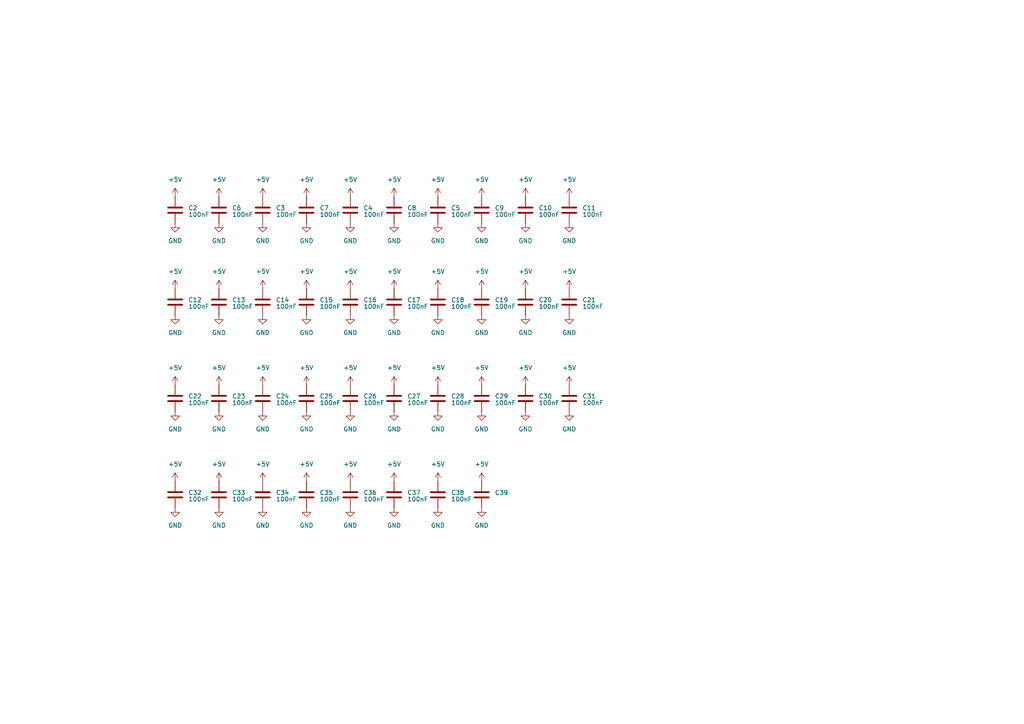
<source format=kicad_sch>
(kicad_sch (version 20250114) (generator "eeschema") (generator_version "9.0")
  (paper "A4")
  (lib_symbols
    (symbol "Georg:C_5.08mm" (pin_numbers (hide yes)) (pin_names (offset 0.254))
      (property "Reference" "C" (at 0.635 2.54 0))
      (symbol "C_5.08mm_0_1"
        (polyline (pts (xy -2.032 0.762) (xy 2.032 0.762)) (stroke (width 0.508)))
        (polyline (pts (xy -2.032 -0.762) (xy 2.032 -0.762)) (stroke (width 0.508)))
      )
      (symbol "C_5.08mm_1_1"
        (pin passive line (at 0 3.81 270) (length 2.794) (name "~") (number "1"))
        (pin passive line (at 0 -3.81 90) (length 2.794) (name "~") (number "2"))
      )
    )
    (symbol "power:+5V" (power) (pin_numbers (hide yes)) (pin_names (offset 0) (hide yes))
      (property "Value" "+5V" (at 0 3.556 0))
      (symbol "+5V_0_1"
        (polyline (pts (xy -0.762 1.27) (xy 0 2.54)))
        (polyline (pts (xy 0 2.54) (xy 0.762 1.27)))
        (polyline (pts (xy 0 0) (xy 0 2.54)))
      )
      (symbol "+5V_1_1"
        (pin power_in line (at 0 0 90) (length 0) (name "~") (number "1"))
      )
    )
    (symbol "power:GND" (power) (pin_numbers (hide yes)) (pin_names (offset 0) (hide yes))
      (property "Value" "GND" (at 0 -3.81 0))
      (symbol "GND_0_1"
        (polyline (pts (xy 0 0) (xy 0 -1.27) (xy 1.27 -1.27) (xy 0 -2.54) (xy -1.27 -1.27) (xy 0 -1.27)))
      )
      (symbol "GND_1_1"
        (pin power_in line (at 0 0 270) (length 0) (name "~") (number "1"))
      )
    )
  )
  (symbol (lib_id "power:GND") (at 152.4 64.77 0) (unit 1)
    (property "Reference" "#PWR064" (effects (hide yes)))
    (property "Value" "GND" (at 152.4 69.85 0))
    (property "Description" "Power symbol creates a global label with name \"GND\" , ground" (effects (hide yes)))
  )
  (symbol (lib_id "power:+5V") (at 76.2 111.76 0) (unit 1)
    (property "Reference" "#PWR091" (effects (hide yes)))
    (property "Value" "+5V" (at 76.2 106.68 0))
    (property "Description" "Power symbol creates a global label with name \"+5V\"" (effects (hide yes)))
  )
  (symbol (lib_id "Georg:C_5.08mm") (at 165.1 87.63 0) (unit 1)
    (property "Reference" "C21" (at 168.91 86.9949 0) (effects (justify left)))
    (property "Value" "100nF" (at 168.91 88.9 0) (effects (justify left)))
    (property "Footprint" "Georg:C_5.08mm" (effects (hide yes)))
  )
  (symbol (lib_id "Georg:C_5.08mm") (at 152.4 87.63 0) (unit 1)
    (property "Reference" "C20" (at 156.21 86.9949 0) (effects (justify left)))
    (property "Value" "100nF" (at 156.21 88.9 0) (effects (justify left)))
    (property "Footprint" "Georg:C_5.08mm" (effects (hide yes)))
  )
  (symbol (lib_id "Georg:C_5.08mm") (at 139.7 60.96 0) (unit 1)
    (property "Reference" "C9" (at 143.51 60.3249 0) (effects (justify left)))
    (property "Value" "100nF" (at 143.51 62.23 0) (effects (justify left)))
    (property "Footprint" "Georg:C_5.08mm" (effects (hide yes)))
  )
  (symbol (lib_id "power:+5V") (at 139.7 111.76 0) (unit 1)
    (property "Reference" "#PWR0101" (effects (hide yes)))
    (property "Value" "+5V" (at 139.7 106.68 0))
    (property "Description" "Power symbol creates a global label with name \"+5V\"" (effects (hide yes)))
  )
  (symbol (lib_id "power:+5V") (at 114.3 111.76 0) (unit 1)
    (property "Reference" "#PWR097" (effects (hide yes)))
    (property "Value" "+5V" (at 114.3 106.68 0))
    (property "Description" "Power symbol creates a global label with name \"+5V\"" (effects (hide yes)))
  )
  (symbol (lib_id "power:+5V") (at 88.9 139.7 0) (unit 1)
    (property "Reference" "#PWR0113" (effects (hide yes)))
    (property "Value" "+5V" (at 88.9 134.62 0))
    (property "Description" "Power symbol creates a global label with name \"+5V\"" (effects (hide yes)))
  )
  (symbol (lib_id "Georg:C_5.08mm") (at 114.3 87.63 0) (unit 1)
    (property "Reference" "C17" (at 118.11 86.9949 0) (effects (justify left)))
    (property "Value" "100nF" (at 118.11 88.9 0) (effects (justify left)))
    (property "Footprint" "Georg:C_5.08mm" (effects (hide yes)))
  )
  (symbol (lib_id "power:GND") (at 152.4 91.44 0) (unit 1)
    (property "Reference" "#PWR084" (effects (hide yes)))
    (property "Value" "GND" (at 152.4 96.52 0))
    (property "Description" "Power symbol creates a global label with name \"GND\" , ground" (effects (hide yes)))
  )
  (symbol (lib_id "power:GND") (at 127 119.38 0) (unit 1)
    (property "Reference" "#PWR0100" (effects (hide yes)))
    (property "Value" "GND" (at 127 124.46 0))
    (property "Description" "Power symbol creates a global label with name \"GND\" , ground" (effects (hide yes)))
  )
  (symbol (lib_id "power:GND") (at 139.7 91.44 0) (unit 1)
    (property "Reference" "#PWR082" (effects (hide yes)))
    (property "Value" "GND" (at 139.7 96.52 0))
    (property "Description" "Power symbol creates a global label with name \"GND\" , ground" (effects (hide yes)))
  )
  (symbol (lib_id "Georg:C_5.08mm") (at 152.4 115.57 0) (unit 1)
    (property "Reference" "C30" (at 156.21 114.9349 0) (effects (justify left)))
    (property "Value" "100nF" (at 156.21 116.84 0) (effects (justify left)))
    (property "Footprint" "Georg:C_5.08mm" (effects (hide yes)))
  )
  (symbol (lib_id "power:+5V") (at 127 83.82 0) (unit 1)
    (property "Reference" "#PWR079" (effects (hide yes)))
    (property "Value" "+5V" (at 127 78.74 0))
    (property "Description" "Power symbol creates a global label with name \"+5V\"" (effects (hide yes)))
  )
  (symbol (lib_id "power:GND") (at 127 147.32 0) (unit 1)
    (property "Reference" "#PWR0120" (effects (hide yes)))
    (property "Value" "GND" (at 127 152.4 0))
    (property "Description" "Power symbol creates a global label with name \"GND\" , ground" (effects (hide yes)))
  )
  (symbol (lib_id "Georg:C_5.08mm") (at 76.2 87.63 0) (unit 1)
    (property "Reference" "C14" (at 80.01 86.9949 0) (effects (justify left)))
    (property "Value" "100nF" (at 80.01 88.9 0) (effects (justify left)))
    (property "Footprint" "Georg:C_5.08mm" (effects (hide yes)))
  )
  (symbol (lib_id "Georg:C_5.08mm") (at 114.3 143.51 0) (unit 1)
    (property "Reference" "C37" (at 118.11 142.8749 0) (effects (justify left)))
    (property "Value" "100nF" (at 118.11 144.78 0) (effects (justify left)))
    (property "Footprint" "Georg:C_5.08mm" (effects (hide yes)))
  )
  (symbol (lib_id "Georg:C_5.08mm") (at 152.4 60.96 0) (unit 1)
    (property "Reference" "C10" (at 156.21 60.3249 0) (effects (justify left)))
    (property "Value" "100nF" (at 156.21 62.23 0) (effects (justify left)))
    (property "Footprint" "Georg:C_5.08mm" (effects (hide yes)))
  )
  (symbol (lib_id "power:GND") (at 76.2 64.77 0) (unit 1)
    (property "Reference" "#PWR050" (effects (hide yes)))
    (property "Value" "GND" (at 76.2 69.85 0))
    (property "Description" "Power symbol creates a global label with name \"GND\" , ground" (effects (hide yes)))
  )
  (symbol (lib_id "power:GND") (at 50.8 119.38 0) (unit 1)
    (property "Reference" "#PWR088" (effects (hide yes)))
    (property "Value" "GND" (at 50.8 124.46 0))
    (property "Description" "Power symbol creates a global label with name \"GND\" , ground" (effects (hide yes)))
  )
  (symbol (lib_id "power:GND") (at 50.8 147.32 0) (unit 1)
    (property "Reference" "#PWR0108" (effects (hide yes)))
    (property "Value" "GND" (at 50.8 152.4 0))
    (property "Description" "Power symbol creates a global label with name \"GND\" , ground" (effects (hide yes)))
  )
  (symbol (lib_id "power:+5V") (at 127 57.15 0) (unit 1)
    (property "Reference" "#PWR053" (effects (hide yes)))
    (property "Value" "+5V" (at 127 52.07 0))
    (property "Description" "Power symbol creates a global label with name \"+5V\"" (effects (hide yes)))
  )
  (symbol (lib_id "Georg:C_5.08mm") (at 50.8 60.96 0) (unit 1)
    (property "Reference" "C2" (at 54.61 60.3249 0) (effects (justify left)))
    (property "Value" "100nF" (at 54.61 62.23 0) (effects (justify left)))
    (property "Footprint" "Georg:C_5.08mm" (effects (hide yes)))
  )
  (symbol (lib_id "power:+5V") (at 114.3 83.82 0) (unit 1)
    (property "Reference" "#PWR077" (effects (hide yes)))
    (property "Value" "+5V" (at 114.3 78.74 0))
    (property "Description" "Power symbol creates a global label with name \"+5V\"" (effects (hide yes)))
  )
  (symbol (lib_id "Georg:C_5.08mm") (at 139.7 115.57 0) (unit 1)
    (property "Reference" "C29" (at 143.51 114.9349 0) (effects (justify left)))
    (property "Value" "100nF" (at 143.51 116.84 0) (effects (justify left)))
    (property "Footprint" "Georg:C_5.08mm" (effects (hide yes)))
  )
  (symbol (lib_id "Georg:C_5.08mm") (at 101.6 60.96 0) (unit 1)
    (property "Reference" "C4" (at 105.41 60.3249 0) (effects (justify left)))
    (property "Value" "100nF" (at 105.41 62.23 0) (effects (justify left)))
    (property "Footprint" "Georg:C_5.08mm" (effects (hide yes)))
  )
  (symbol (lib_id "Georg:C_5.08mm") (at 101.6 87.63 0) (unit 1)
    (property "Reference" "C16" (at 105.41 86.9949 0) (effects (justify left)))
    (property "Value" "100nF" (at 105.41 88.9 0) (effects (justify left)))
    (property "Footprint" "Georg:C_5.08mm" (effects (hide yes)))
  )
  (symbol (lib_id "Georg:C_5.08mm") (at 88.9 143.51 0) (unit 1)
    (property "Reference" "C35" (at 92.71 142.8749 0) (effects (justify left)))
    (property "Value" "100nF" (at 92.71 144.78 0) (effects (justify left)))
    (property "Footprint" "Georg:C_5.08mm" (effects (hide yes)))
  )
  (symbol (lib_id "Georg:C_5.08mm") (at 63.5 143.51 0) (unit 1)
    (property "Reference" "C33" (at 67.31 142.8749 0) (effects (justify left)))
    (property "Value" "100nF" (at 67.31 144.78 0) (effects (justify left)))
    (property "Footprint" "Georg:C_5.08mm" (effects (hide yes)))
  )
  (symbol (lib_id "power:+5V") (at 101.6 139.7 0) (unit 1)
    (property "Reference" "#PWR0115" (effects (hide yes)))
    (property "Value" "+5V" (at 101.6 134.62 0))
    (property "Description" "Power symbol creates a global label with name \"+5V\"" (effects (hide yes)))
  )
  (symbol (lib_id "power:+5V") (at 76.2 83.82 0) (unit 1)
    (property "Reference" "#PWR071" (effects (hide yes)))
    (property "Value" "+5V" (at 76.2 78.74 0))
    (property "Description" "Power symbol creates a global label with name \"+5V\"" (effects (hide yes)))
  )
  (symbol (lib_id "Georg:C_5.08mm") (at 50.8 115.57 0) (unit 1)
    (property "Reference" "C22" (at 54.61 114.9349 0) (effects (justify left)))
    (property "Value" "100nF" (at 54.61 116.84 0) (effects (justify left)))
    (property "Footprint" "Georg:C_5.08mm" (effects (hide yes)))
  )
  (symbol (lib_id "power:GND") (at 76.2 119.38 0) (unit 1)
    (property "Reference" "#PWR092" (effects (hide yes)))
    (property "Value" "GND" (at 76.2 124.46 0))
    (property "Description" "Power symbol creates a global label with name \"GND\" , ground" (effects (hide yes)))
  )
  (symbol (lib_id "power:+5V") (at 139.7 139.7 0) (unit 1)
    (property "Reference" "#PWR0121" (effects (hide yes)))
    (property "Value" "+5V" (at 139.7 134.62 0))
    (property "Description" "Power symbol creates a global label with name \"+5V\"" (effects (hide yes)))
  )
  (symbol (lib_id "Georg:C_5.08mm") (at 50.8 143.51 0) (unit 1)
    (property "Reference" "C32" (at 54.61 142.8749 0) (effects (justify left)))
    (property "Value" "100nF" (at 54.61 144.78 0) (effects (justify left)))
    (property "Footprint" "Georg:C_5.08mm" (effects (hide yes)))
  )
  (symbol (lib_id "Georg:C_5.08mm") (at 88.9 115.57 0) (unit 1)
    (property "Reference" "C25" (at 92.71 114.9349 0) (effects (justify left)))
    (property "Value" "100nF" (at 92.71 116.84 0) (effects (justify left)))
    (property "Footprint" "Georg:C_5.08mm" (effects (hide yes)))
  )
  (symbol (lib_id "Georg:C_5.08mm") (at 63.5 87.63 0) (unit 1)
    (property "Reference" "C13" (at 67.31 86.9949 0) (effects (justify left)))
    (property "Value" "100nF" (at 67.31 88.9 0) (effects (justify left)))
    (property "Footprint" "Georg:C_5.08mm" (effects (hide yes)))
  )
  (symbol (lib_id "Georg:C_5.08mm") (at 139.7 87.63 0) (unit 1)
    (property "Reference" "C19" (at 143.51 86.9949 0) (effects (justify left)))
    (property "Value" "100nF" (at 143.51 88.9 0) (effects (justify left)))
    (property "Footprint" "Georg:C_5.08mm" (effects (hide yes)))
  )
  (symbol (lib_id "power:+5V") (at 63.5 57.15 0) (unit 1)
    (property "Reference" "#PWR055" (effects (hide yes)))
    (property "Value" "+5V" (at 63.5 52.07 0))
    (property "Description" "Power symbol creates a global label with name \"+5V\"" (effects (hide yes)))
  )
  (symbol (lib_id "power:+5V") (at 50.8 57.15 0) (unit 1)
    (property "Reference" "#PWR047" (effects (hide yes)))
    (property "Value" "+5V" (at 50.8 52.07 0))
    (property "Description" "Power symbol creates a global label with name \"+5V\"" (effects (hide yes)))
  )
  (symbol (lib_id "power:GND") (at 88.9 147.32 0) (unit 1)
    (property "Reference" "#PWR0114" (effects (hide yes)))
    (property "Value" "GND" (at 88.9 152.4 0))
    (property "Description" "Power symbol creates a global label with name \"GND\" , ground" (effects (hide yes)))
  )
  (symbol (lib_id "power:GND") (at 139.7 119.38 0) (unit 1)
    (property "Reference" "#PWR0102" (effects (hide yes)))
    (property "Value" "GND" (at 139.7 124.46 0))
    (property "Description" "Power symbol creates a global label with name \"GND\" , ground" (effects (hide yes)))
  )
  (symbol (lib_id "Georg:C_5.08mm") (at 76.2 143.51 0) (unit 1)
    (property "Reference" "C34" (at 80.01 142.8749 0) (effects (justify left)))
    (property "Value" "100nF" (at 80.01 144.78 0) (effects (justify left)))
    (property "Footprint" "Georg:C_5.08mm" (effects (hide yes)))
  )
  (symbol (lib_id "power:GND") (at 88.9 91.44 0) (unit 1)
    (property "Reference" "#PWR074" (effects (hide yes)))
    (property "Value" "GND" (at 88.9 96.52 0))
    (property "Description" "Power symbol creates a global label with name \"GND\" , ground" (effects (hide yes)))
  )
  (symbol (lib_id "power:+5V") (at 63.5 139.7 0) (unit 1)
    (property "Reference" "#PWR0109" (effects (hide yes)))
    (property "Value" "+5V" (at 63.5 134.62 0))
    (property "Description" "Power symbol creates a global label with name \"+5V\"" (effects (hide yes)))
  )
  (symbol (lib_id "Georg:C_5.08mm") (at 139.7 143.51 0) (unit 1)
    (property "Reference" "C39" (at 143.51 142.8749 0) (effects (justify left)))
    (property "Value" "100nF" (effects (hide yes)))
    (property "Footprint" "Georg:C_5.08mm" (effects (hide yes)))
  )
  (symbol (lib_id "power:GND") (at 165.1 91.44 0) (unit 1)
    (property "Reference" "#PWR086" (effects (hide yes)))
    (property "Value" "GND" (at 165.1 96.52 0))
    (property "Description" "Power symbol creates a global label with name \"GND\" , ground" (effects (hide yes)))
  )
  (symbol (lib_id "power:GND") (at 165.1 119.38 0) (unit 1)
    (property "Reference" "#PWR0106" (effects (hide yes)))
    (property "Value" "GND" (at 165.1 124.46 0))
    (property "Description" "Power symbol creates a global label with name \"GND\" , ground" (effects (hide yes)))
  )
  (symbol (lib_id "power:+5V") (at 139.7 57.15 0) (unit 1)
    (property "Reference" "#PWR061" (effects (hide yes)))
    (property "Value" "+5V" (at 139.7 52.07 0))
    (property "Description" "Power symbol creates a global label with name \"+5V\"" (effects (hide yes)))
  )
  (symbol (lib_id "power:+5V") (at 152.4 57.15 0) (unit 1)
    (property "Reference" "#PWR063" (effects (hide yes)))
    (property "Value" "+5V" (at 152.4 52.07 0))
    (property "Description" "Power symbol creates a global label with name \"+5V\"" (effects (hide yes)))
  )
  (symbol (lib_id "power:+5V") (at 101.6 57.15 0) (unit 1)
    (property "Reference" "#PWR051" (effects (hide yes)))
    (property "Value" "+5V" (at 101.6 52.07 0))
    (property "Description" "Power symbol creates a global label with name \"+5V\"" (effects (hide yes)))
  )
  (symbol (lib_id "power:+5V") (at 165.1 57.15 0) (unit 1)
    (property "Reference" "#PWR065" (effects (hide yes)))
    (property "Value" "+5V" (at 165.1 52.07 0))
    (property "Description" "Power symbol creates a global label with name \"+5V\"" (effects (hide yes)))
  )
  (symbol (lib_id "power:GND") (at 127 91.44 0) (unit 1)
    (property "Reference" "#PWR080" (effects (hide yes)))
    (property "Value" "GND" (at 127 96.52 0))
    (property "Description" "Power symbol creates a global label with name \"GND\" , ground" (effects (hide yes)))
  )
  (symbol (lib_id "power:GND") (at 114.3 64.77 0) (unit 1)
    (property "Reference" "#PWR060" (effects (hide yes)))
    (property "Value" "GND" (at 114.3 69.85 0))
    (property "Description" "Power symbol creates a global label with name \"GND\" , ground" (effects (hide yes)))
  )
  (symbol (lib_id "Georg:C_5.08mm") (at 165.1 115.57 0) (unit 1)
    (property "Reference" "C31" (at 168.91 114.9349 0) (effects (justify left)))
    (property "Value" "100nF" (at 168.91 116.84 0) (effects (justify left)))
    (property "Footprint" "Georg:C_5.08mm" (effects (hide yes)))
  )
  (symbol (lib_id "power:GND") (at 165.1 64.77 0) (unit 1)
    (property "Reference" "#PWR066" (effects (hide yes)))
    (property "Value" "GND" (at 165.1 69.85 0))
    (property "Description" "Power symbol creates a global label with name \"GND\" , ground" (effects (hide yes)))
  )
  (symbol (lib_id "Georg:C_5.08mm") (at 76.2 60.96 0) (unit 1)
    (property "Reference" "C3" (at 80.01 60.3249 0) (effects (justify left)))
    (property "Value" "100nF" (at 80.01 62.23 0) (effects (justify left)))
    (property "Footprint" "Georg:C_5.08mm" (effects (hide yes)))
  )
  (symbol (lib_id "Georg:C_5.08mm") (at 76.2 115.57 0) (unit 1)
    (property "Reference" "C24" (at 80.01 114.9349 0) (effects (justify left)))
    (property "Value" "100nF" (at 80.01 116.84 0) (effects (justify left)))
    (property "Footprint" "Georg:C_5.08mm" (effects (hide yes)))
  )
  (symbol (lib_id "power:GND") (at 152.4 119.38 0) (unit 1)
    (property "Reference" "#PWR0104" (effects (hide yes)))
    (property "Value" "GND" (at 152.4 124.46 0))
    (property "Description" "Power symbol creates a global label with name \"GND\" , ground" (effects (hide yes)))
  )
  (symbol (lib_id "Georg:C_5.08mm") (at 50.8 87.63 0) (unit 1)
    (property "Reference" "C12" (at 54.61 86.9949 0) (effects (justify left)))
    (property "Value" "100nF" (at 54.61 88.9 0) (effects (justify left)))
    (property "Footprint" "Georg:C_5.08mm" (effects (hide yes)))
  )
  (symbol (lib_id "power:GND") (at 114.3 91.44 0) (unit 1)
    (property "Reference" "#PWR078" (effects (hide yes)))
    (property "Value" "GND" (at 114.3 96.52 0))
    (property "Description" "Power symbol creates a global label with name \"GND\" , ground" (effects (hide yes)))
  )
  (symbol (lib_id "power:GND") (at 63.5 119.38 0) (unit 1)
    (property "Reference" "#PWR090" (effects (hide yes)))
    (property "Value" "GND" (at 63.5 124.46 0))
    (property "Description" "Power symbol creates a global label with name \"GND\" , ground" (effects (hide yes)))
  )
  (symbol (lib_id "power:+5V") (at 165.1 111.76 0) (unit 1)
    (property "Reference" "#PWR0105" (effects (hide yes)))
    (property "Value" "+5V" (at 165.1 106.68 0))
    (property "Description" "Power symbol creates a global label with name \"+5V\"" (effects (hide yes)))
  )
  (symbol (lib_id "power:GND") (at 101.6 119.38 0) (unit 1)
    (property "Reference" "#PWR096" (effects (hide yes)))
    (property "Value" "GND" (at 101.6 124.46 0))
    (property "Description" "Power symbol creates a global label with name \"GND\" , ground" (effects (hide yes)))
  )
  (symbol (lib_id "power:GND") (at 88.9 64.77 0) (unit 1)
    (property "Reference" "#PWR058" (effects (hide yes)))
    (property "Value" "GND" (at 88.9 69.85 0))
    (property "Description" "Power symbol creates a global label with name \"GND\" , ground" (effects (hide yes)))
  )
  (symbol (lib_id "power:GND") (at 101.6 147.32 0) (unit 1)
    (property "Reference" "#PWR0116" (effects (hide yes)))
    (property "Value" "GND" (at 101.6 152.4 0))
    (property "Description" "Power symbol creates a global label with name \"GND\" , ground" (effects (hide yes)))
  )
  (symbol (lib_id "power:GND") (at 76.2 147.32 0) (unit 1)
    (property "Reference" "#PWR0112" (effects (hide yes)))
    (property "Value" "GND" (at 76.2 152.4 0))
    (property "Description" "Power symbol creates a global label with name \"GND\" , ground" (effects (hide yes)))
  )
  (symbol (lib_id "power:+5V") (at 63.5 83.82 0) (unit 1)
    (property "Reference" "#PWR069" (effects (hide yes)))
    (property "Value" "+5V" (at 63.5 78.74 0))
    (property "Description" "Power symbol creates a global label with name \"+5V\"" (effects (hide yes)))
  )
  (symbol (lib_id "power:+5V") (at 152.4 83.82 0) (unit 1)
    (property "Reference" "#PWR083" (effects (hide yes)))
    (property "Value" "+5V" (at 152.4 78.74 0))
    (property "Description" "Power symbol creates a global label with name \"+5V\"" (effects (hide yes)))
  )
  (symbol (lib_id "power:GND") (at 114.3 119.38 0) (unit 1)
    (property "Reference" "#PWR098" (effects (hide yes)))
    (property "Value" "GND" (at 114.3 124.46 0))
    (property "Description" "Power symbol creates a global label with name \"GND\" , ground" (effects (hide yes)))
  )
  (symbol (lib_id "power:GND") (at 50.8 64.77 0) (unit 1)
    (property "Reference" "#PWR048" (effects (hide yes)))
    (property "Value" "GND" (at 50.8 69.85 0))
    (property "Description" "Power symbol creates a global label with name \"GND\" , ground" (effects (hide yes)))
  )
  (symbol (lib_id "power:+5V") (at 101.6 83.82 0) (unit 1)
    (property "Reference" "#PWR075" (effects (hide yes)))
    (property "Value" "+5V" (at 101.6 78.74 0))
    (property "Description" "Power symbol creates a global label with name \"+5V\"" (effects (hide yes)))
  )
  (symbol (lib_id "Georg:C_5.08mm") (at 165.1 60.96 0) (unit 1)
    (property "Reference" "C11" (at 168.91 60.3249 0) (effects (justify left)))
    (property "Value" "100nF" (at 168.91 62.23 0) (effects (justify left)))
    (property "Footprint" "Georg:C_5.08mm" (effects (hide yes)))
  )
  (symbol (lib_id "power:GND") (at 114.3 147.32 0) (unit 1)
    (property "Reference" "#PWR0118" (effects (hide yes)))
    (property "Value" "GND" (at 114.3 152.4 0))
    (property "Description" "Power symbol creates a global label with name \"GND\" , ground" (effects (hide yes)))
  )
  (symbol (lib_id "power:+5V") (at 50.8 139.7 0) (unit 1)
    (property "Reference" "#PWR0107" (effects (hide yes)))
    (property "Value" "+5V" (at 50.8 134.62 0))
    (property "Description" "Power symbol creates a global label with name \"+5V\"" (effects (hide yes)))
  )
  (symbol (lib_id "Georg:C_5.08mm") (at 127 87.63 0) (unit 1)
    (property "Reference" "C18" (at 130.81 86.9949 0) (effects (justify left)))
    (property "Value" "100nF" (at 130.81 88.9 0) (effects (justify left)))
    (property "Footprint" "Georg:C_5.08mm" (effects (hide yes)))
  )
  (symbol (lib_id "power:GND") (at 139.7 64.77 0) (unit 1)
    (property "Reference" "#PWR062" (effects (hide yes)))
    (property "Value" "GND" (at 139.7 69.85 0))
    (property "Description" "Power symbol creates a global label with name \"GND\" , ground" (effects (hide yes)))
  )
  (symbol (lib_id "Georg:C_5.08mm") (at 101.6 143.51 0) (unit 1)
    (property "Reference" "C36" (at 105.41 142.8749 0) (effects (justify left)))
    (property "Value" "100nF" (at 105.41 144.78 0) (effects (justify left)))
    (property "Footprint" "Georg:C_5.08mm" (effects (hide yes)))
  )
  (symbol (lib_id "power:+5V") (at 165.1 83.82 0) (unit 1)
    (property "Reference" "#PWR085" (effects (hide yes)))
    (property "Value" "+5V" (at 165.1 78.74 0))
    (property "Description" "Power symbol creates a global label with name \"+5V\"" (effects (hide yes)))
  )
  (symbol (lib_id "power:GND") (at 63.5 147.32 0) (unit 1)
    (property "Reference" "#PWR0110" (effects (hide yes)))
    (property "Value" "GND" (at 63.5 152.4 0))
    (property "Description" "Power symbol creates a global label with name \"GND\" , ground" (effects (hide yes)))
  )
  (symbol (lib_id "power:GND") (at 139.7 147.32 0) (unit 1)
    (property "Reference" "#PWR0122" (effects (hide yes)))
    (property "Value" "GND" (at 139.7 152.4 0))
    (property "Description" "Power symbol creates a global label with name \"GND\" , ground" (effects (hide yes)))
  )
  (symbol (lib_id "power:GND") (at 63.5 91.44 0) (unit 1)
    (property "Reference" "#PWR070" (effects (hide yes)))
    (property "Value" "GND" (at 63.5 96.52 0))
    (property "Description" "Power symbol creates a global label with name \"GND\" , ground" (effects (hide yes)))
  )
  (symbol (lib_id "Georg:C_5.08mm") (at 88.9 60.96 0) (unit 1)
    (property "Reference" "C7" (at 92.71 60.3249 0) (effects (justify left)))
    (property "Value" "100nF" (at 92.71 62.23 0) (effects (justify left)))
    (property "Footprint" "Georg:C_5.08mm" (effects (hide yes)))
  )
  (symbol (lib_id "Georg:C_5.08mm") (at 63.5 115.57 0) (unit 1)
    (property "Reference" "C23" (at 67.31 114.9349 0) (effects (justify left)))
    (property "Value" "100nF" (at 67.31 116.84 0) (effects (justify left)))
    (property "Footprint" "Georg:C_5.08mm" (effects (hide yes)))
  )
  (symbol (lib_id "power:+5V") (at 101.6 111.76 0) (unit 1)
    (property "Reference" "#PWR095" (effects (hide yes)))
    (property "Value" "+5V" (at 101.6 106.68 0))
    (property "Description" "Power symbol creates a global label with name \"+5V\"" (effects (hide yes)))
  )
  (symbol (lib_id "power:+5V") (at 127 139.7 0) (unit 1)
    (property "Reference" "#PWR0119" (effects (hide yes)))
    (property "Value" "+5V" (at 127 134.62 0))
    (property "Description" "Power symbol creates a global label with name \"+5V\"" (effects (hide yes)))
  )
  (symbol (lib_id "power:+5V") (at 88.9 57.15 0) (unit 1)
    (property "Reference" "#PWR057" (effects (hide yes)))
    (property "Value" "+5V" (at 88.9 52.07 0))
    (property "Description" "Power symbol creates a global label with name \"+5V\"" (effects (hide yes)))
  )
  (symbol (lib_id "power:GND") (at 101.6 91.44 0) (unit 1)
    (property "Reference" "#PWR076" (effects (hide yes)))
    (property "Value" "GND" (at 101.6 96.52 0))
    (property "Description" "Power symbol creates a global label with name \"GND\" , ground" (effects (hide yes)))
  )
  (symbol (lib_id "power:+5V") (at 139.7 83.82 0) (unit 1)
    (property "Reference" "#PWR081" (effects (hide yes)))
    (property "Value" "+5V" (at 139.7 78.74 0))
    (property "Description" "Power symbol creates a global label with name \"+5V\"" (effects (hide yes)))
  )
  (symbol (lib_id "Georg:C_5.08mm") (at 114.3 115.57 0) (unit 1)
    (property "Reference" "C27" (at 118.11 114.9349 0) (effects (justify left)))
    (property "Value" "100nF" (at 118.11 116.84 0) (effects (justify left)))
    (property "Footprint" "Georg:C_5.08mm" (effects (hide yes)))
  )
  (symbol (lib_id "power:+5V") (at 114.3 139.7 0) (unit 1)
    (property "Reference" "#PWR0117" (effects (hide yes)))
    (property "Value" "+5V" (at 114.3 134.62 0))
    (property "Description" "Power symbol creates a global label with name \"+5V\"" (effects (hide yes)))
  )
  (symbol (lib_id "Georg:C_5.08mm") (at 101.6 115.57 0) (unit 1)
    (property "Reference" "C26" (at 105.41 114.9349 0) (effects (justify left)))
    (property "Value" "100nF" (at 105.41 116.84 0) (effects (justify left)))
    (property "Footprint" "Georg:C_5.08mm" (effects (hide yes)))
  )
  (symbol (lib_id "power:GND") (at 101.6 64.77 0) (unit 1)
    (property "Reference" "#PWR052" (effects (hide yes)))
    (property "Value" "GND" (at 101.6 69.85 0))
    (property "Description" "Power symbol creates a global label with name \"GND\" , ground" (effects (hide yes)))
  )
  (symbol (lib_id "power:GND") (at 63.5 64.77 0) (unit 1)
    (property "Reference" "#PWR056" (effects (hide yes)))
    (property "Value" "GND" (at 63.5 69.85 0))
    (property "Description" "Power symbol creates a global label with name \"GND\" , ground" (effects (hide yes)))
  )
  (symbol (lib_id "Georg:C_5.08mm") (at 127 115.57 0) (unit 1)
    (property "Reference" "C28" (at 130.81 114.9349 0) (effects (justify left)))
    (property "Value" "100nF" (at 130.81 116.84 0) (effects (justify left)))
    (property "Footprint" "Georg:C_5.08mm" (effects (hide yes)))
  )
  (symbol (lib_id "Georg:C_5.08mm") (at 114.3 60.96 0) (unit 1)
    (property "Reference" "C8" (at 118.11 60.3249 0) (effects (justify left)))
    (property "Value" "100nF" (at 118.11 62.23 0) (effects (justify left)))
    (property "Footprint" "Georg:C_5.08mm" (effects (hide yes)))
  )
  (symbol (lib_id "Georg:C_5.08mm") (at 127 143.51 0) (unit 1)
    (property "Reference" "C38" (at 130.81 142.8749 0) (effects (justify left)))
    (property "Value" "100nF" (at 130.81 144.78 0) (effects (justify left)))
    (property "Footprint" "Georg:C_5.08mm" (effects (hide yes)))
  )
  (symbol (lib_id "power:GND") (at 76.2 91.44 0) (unit 1)
    (property "Reference" "#PWR072" (effects (hide yes)))
    (property "Value" "GND" (at 76.2 96.52 0))
    (property "Description" "Power symbol creates a global label with name \"GND\" , ground" (effects (hide yes)))
  )
  (symbol (lib_id "power:+5V") (at 127 111.76 0) (unit 1)
    (property "Reference" "#PWR099" (effects (hide yes)))
    (property "Value" "+5V" (at 127 106.68 0))
    (property "Description" "Power symbol creates a global label with name \"+5V\"" (effects (hide yes)))
  )
  (symbol (lib_id "power:+5V") (at 50.8 111.76 0) (unit 1)
    (property "Reference" "#PWR087" (effects (hide yes)))
    (property "Value" "+5V" (at 50.8 106.68 0))
    (property "Description" "Power symbol creates a global label with name \"+5V\"" (effects (hide yes)))
  )
  (symbol (lib_id "power:GND") (at 127 64.77 0) (unit 1)
    (property "Reference" "#PWR054" (effects (hide yes)))
    (property "Value" "GND" (at 127 69.85 0))
    (property "Description" "Power symbol creates a global label with name \"GND\" , ground" (effects (hide yes)))
  )
  (symbol (lib_id "power:+5V") (at 63.5 111.76 0) (unit 1)
    (property "Reference" "#PWR089" (effects (hide yes)))
    (property "Value" "+5V" (at 63.5 106.68 0))
    (property "Description" "Power symbol creates a global label with name \"+5V\"" (effects (hide yes)))
  )
  (symbol (lib_id "Georg:C_5.08mm") (at 127 60.96 0) (unit 1)
    (property "Reference" "C5" (at 130.81 60.3249 0) (effects (justify left)))
    (property "Value" "100nF" (at 130.81 62.23 0) (effects (justify left)))
    (property "Footprint" "Georg:C_5.08mm" (effects (hide yes)))
  )
  (symbol (lib_id "power:+5V") (at 88.9 83.82 0) (unit 1)
    (property "Reference" "#PWR073" (effects (hide yes)))
    (property "Value" "+5V" (at 88.9 78.74 0))
    (property "Description" "Power symbol creates a global label with name \"+5V\"" (effects (hide yes)))
  )
  (symbol (lib_id "power:GND") (at 50.8 91.44 0) (unit 1)
    (property "Reference" "#PWR068" (effects (hide yes)))
    (property "Value" "GND" (at 50.8 96.52 0))
    (property "Description" "Power symbol creates a global label with name \"GND\" , ground" (effects (hide yes)))
  )
  (symbol (lib_id "power:+5V") (at 152.4 111.76 0) (unit 1)
    (property "Reference" "#PWR0103" (effects (hide yes)))
    (property "Value" "+5V" (at 152.4 106.68 0))
    (property "Description" "Power symbol creates a global label with name \"+5V\"" (effects (hide yes)))
  )
  (symbol (lib_id "power:+5V") (at 76.2 57.15 0) (unit 1)
    (property "Reference" "#PWR049" (effects (hide yes)))
    (property "Value" "+5V" (at 76.2 52.07 0))
    (property "Description" "Power symbol creates a global label with name \"+5V\"" (effects (hide yes)))
  )
  (symbol (lib_id "power:+5V") (at 88.9 111.76 0) (unit 1)
    (property "Reference" "#PWR093" (effects (hide yes)))
    (property "Value" "+5V" (at 88.9 106.68 0))
    (property "Description" "Power symbol creates a global label with name \"+5V\"" (effects (hide yes)))
  )
  (symbol (lib_id "power:+5V") (at 50.8 83.82 0) (unit 1)
    (property "Reference" "#PWR067" (effects (hide yes)))
    (property "Value" "+5V" (at 50.8 78.74 0))
    (property "Description" "Power symbol creates a global label with name \"+5V\"" (effects (hide yes)))
  )
  (symbol (lib_id "power:+5V") (at 114.3 57.15 0) (unit 1)
    (property "Reference" "#PWR059" (effects (hide yes)))
    (property "Value" "+5V" (at 114.3 52.07 0))
    (property "Description" "Power symbol creates a global label with name \"+5V\"" (effects (hide yes)))
  )
  (symbol (lib_id "power:+5V") (at 76.2 139.7 0) (unit 1)
    (property "Reference" "#PWR0111" (effects (hide yes)))
    (property "Value" "+5V" (at 76.2 134.62 0))
    (property "Description" "Power symbol creates a global label with name \"+5V\"" (effects (hide yes)))
  )
  (symbol (lib_id "Georg:C_5.08mm") (at 88.9 87.63 0) (unit 1)
    (property "Reference" "C15" (at 92.71 86.9949 0) (effects (justify left)))
    (property "Value" "100nF" (at 92.71 88.9 0) (effects (justify left)))
    (property "Footprint" "Georg:C_5.08mm" (effects (hide yes)))
  )
  (symbol (lib_id "power:GND") (at 88.9 119.38 0) (unit 1)
    (property "Reference" "#PWR094" (effects (hide yes)))
    (property "Value" "GND" (at 88.9 124.46 0))
    (property "Description" "Power symbol creates a global label with name \"GND\" , ground" (effects (hide yes)))
  )
  (symbol (lib_id "Georg:C_5.08mm") (at 63.5 60.96 0) (unit 1)
    (property "Reference" "C6" (at 67.31 60.3249 0) (effects (justify left)))
    (property "Value" "100nF" (at 67.31 62.23 0) (effects (justify left)))
    (property "Footprint" "Georg:C_5.08mm" (effects (hide yes)))
  )
)
</source>
